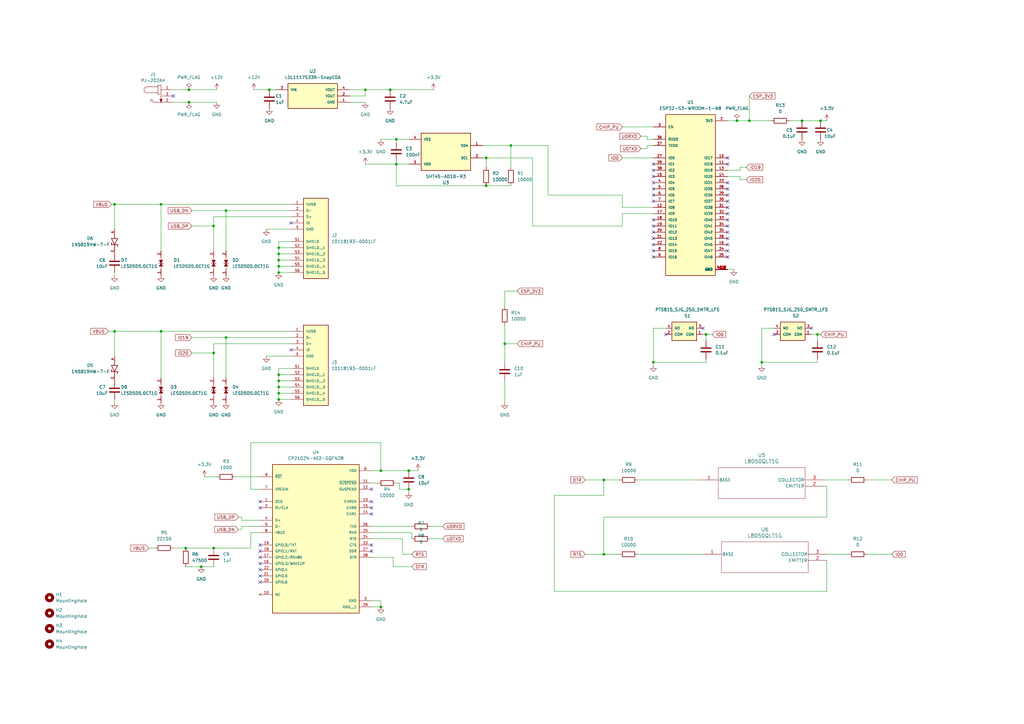
<source format=kicad_sch>
(kicad_sch (version 20230121) (generator eeschema)
  (paper "A3")
  (junction (at 162.56 67.31))
  (junction (at 302.26 49.53))
  (junction (at 209.55 59.69))
  (junction (at 82.55 232.41))
  (junction (at 267.97 148.59))
  (junction (at 156.21 248.92))
  (junction (at 247.65 196.85))
  (junction (at 335.28 137.16))
  (junction (at 114.3 109.22))
  (junction (at 114.3 104.14))
  (junction (at 160.02 36.83))
  (junction (at 199.39 76.2))
  (junction (at 247.65 227.33))
  (junction (at 114.3 156.21))
  (junction (at 289.56 137.16))
  (junction (at 328.93 49.53))
  (junction (at 87.63 224.79))
  (junction (at 156.21 193.04))
  (junction (at 46.99 135.89))
  (junction (at 114.3 106.68))
  (junction (at 110.49 36.83))
  (junction (at 336.55 49.53))
  (junction (at 66.04 135.89))
  (junction (at 207.01 140.97))
  (junction (at 307.34 49.53))
  (junction (at 92.71 86.36))
  (junction (at 149.86 36.83))
  (junction (at 77.47 36.83))
  (junction (at 312.42 148.59))
  (junction (at 114.3 153.67))
  (junction (at 46.99 83.82))
  (junction (at 87.63 144.78))
  (junction (at 114.3 161.29))
  (junction (at 114.3 163.83))
  (junction (at 167.64 193.04))
  (junction (at 114.3 158.75))
  (junction (at 66.04 83.82))
  (junction (at 87.63 92.71))
  (junction (at 114.3 111.76))
  (junction (at 76.2 224.79))
  (junction (at 162.56 57.15))
  (junction (at 77.47 41.91))
  (junction (at 167.64 200.66))
  (junction (at 114.3 101.6))
  (junction (at 199.39 64.77))
  (junction (at 92.71 138.43))
  (no_connect (at 267.97 69.85))
  (no_connect (at 119.38 143.51))
  (no_connect (at 298.45 64.77))
  (no_connect (at 298.45 105.41))
  (no_connect (at 152.4 223.52))
  (no_connect (at 298.45 90.17))
  (no_connect (at 267.97 105.41))
  (no_connect (at 267.97 92.71))
  (no_connect (at 267.97 72.39))
  (no_connect (at 267.97 97.79))
  (no_connect (at 298.45 87.63))
  (no_connect (at 71.12 39.37))
  (no_connect (at 267.97 82.55))
  (no_connect (at 152.4 226.06))
  (no_connect (at 267.97 77.47))
  (no_connect (at 298.45 95.25))
  (no_connect (at 298.45 67.31))
  (no_connect (at 106.68 238.76))
  (no_connect (at 298.45 74.93))
  (no_connect (at 317.5 137.16))
  (no_connect (at 267.97 90.17))
  (no_connect (at 106.68 236.22))
  (no_connect (at 152.4 210.82))
  (no_connect (at 298.45 80.01))
  (no_connect (at 106.68 223.52))
  (no_connect (at 298.45 92.71))
  (no_connect (at 106.68 233.68))
  (no_connect (at 298.45 82.55))
  (no_connect (at 106.68 231.14))
  (no_connect (at 152.4 208.28))
  (no_connect (at 298.45 102.87))
  (no_connect (at 267.97 102.87))
  (no_connect (at 288.29 134.62))
  (no_connect (at 267.97 100.33))
  (no_connect (at 152.4 205.74))
  (no_connect (at 106.68 208.28))
  (no_connect (at 298.45 85.09))
  (no_connect (at 298.45 77.47))
  (no_connect (at 267.97 67.31))
  (no_connect (at 267.97 74.93))
  (no_connect (at 298.45 100.33))
  (no_connect (at 298.45 97.79))
  (no_connect (at 152.4 200.66))
  (no_connect (at 106.68 228.6))
  (no_connect (at 273.05 137.16))
  (no_connect (at 106.68 226.06))
  (no_connect (at 332.74 134.62))
  (no_connect (at 119.38 91.44))
  (no_connect (at 267.97 80.01))
  (no_connect (at 267.97 95.25))
  (no_connect (at 106.68 205.74))
  (wire (pts (xy 143.51 36.83) (xy 149.86 36.83)))
  (wire (pts (xy 267.97 148.59) (xy 289.56 148.59)))
  (wire (pts (xy 114.3 158.75) (xy 119.38 158.75)))
  (wire (pts (xy 199.39 64.77) (xy 218.44 64.77)))
  (wire (pts (xy 46.99 83.82) (xy 66.04 83.82)))
  (wire (pts (xy 156.21 246.38) (xy 156.21 248.92)))
  (wire (pts (xy 207.01 156.21) (xy 207.01 165.1)))
  (wire (pts (xy 162.56 66.04) (xy 162.56 67.31)))
  (wire (pts (xy 110.49 36.83) (xy 113.03 36.83)))
  (wire (pts (xy 261.62 227.33) (xy 288.29 227.33)))
  (wire (pts (xy 114.3 104.14) (xy 114.3 106.68)))
  (wire (pts (xy 289.56 137.16) (xy 292.1 137.16)))
  (wire (pts (xy 198.12 64.77) (xy 199.39 64.77)))
  (wire (pts (xy 255.27 92.71) (xy 255.27 87.63)))
  (wire (pts (xy 104.14 36.83) (xy 110.49 36.83)))
  (wire (pts (xy 161.29 228.6) (xy 161.29 232.41)))
  (wire (pts (xy 71.12 41.91) (xy 77.47 41.91)))
  (wire (pts (xy 149.86 36.83) (xy 160.02 36.83)))
  (wire (pts (xy 207.01 140.97) (xy 207.01 148.59)))
  (wire (pts (xy 255.27 85.09) (xy 267.97 85.09)))
  (wire (pts (xy 162.56 57.15) (xy 162.56 58.42)))
  (wire (pts (xy 114.3 101.6) (xy 114.3 104.14)))
  (wire (pts (xy 209.55 59.69) (xy 198.12 59.69)))
  (wire (pts (xy 255.27 87.63) (xy 267.97 87.63)))
  (wire (pts (xy 298.45 72.39) (xy 303.53 72.39)))
  (wire (pts (xy 114.3 104.14) (xy 119.38 104.14)))
  (wire (pts (xy 335.28 137.16) (xy 336.55 137.16)))
  (wire (pts (xy 114.3 109.22) (xy 114.3 111.76)))
  (wire (pts (xy 114.3 99.06) (xy 114.3 101.6)))
  (wire (pts (xy 66.04 83.82) (xy 119.38 83.82)))
  (wire (pts (xy 339.09 49.53) (xy 336.55 49.53)))
  (wire (pts (xy 224.79 59.69) (xy 209.55 59.69)))
  (wire (pts (xy 71.12 36.83) (xy 77.47 36.83)))
  (wire (pts (xy 207.01 140.97) (xy 212.09 140.97)))
  (wire (pts (xy 99.06 217.17) (xy 99.06 215.9)))
  (wire (pts (xy 262.89 55.88) (xy 265.43 55.88)))
  (wire (pts (xy 152.4 218.44) (xy 168.91 218.44)))
  (wire (pts (xy 312.42 134.62) (xy 312.42 148.59)))
  (wire (pts (xy 78.74 138.43) (xy 92.71 138.43)))
  (wire (pts (xy 303.53 69.85) (xy 303.53 68.58)))
  (wire (pts (xy 87.63 144.78) (xy 87.63 140.97)))
  (wire (pts (xy 114.3 156.21) (xy 114.3 158.75)))
  (wire (pts (xy 339.09 229.87) (xy 339.09 242.57)))
  (wire (pts (xy 78.74 86.36) (xy 92.71 86.36)))
  (wire (pts (xy 114.3 158.75) (xy 114.3 161.29)))
  (wire (pts (xy 335.28 147.32) (xy 335.28 148.59)))
  (wire (pts (xy 87.63 144.78) (xy 87.63 154.94)))
  (wire (pts (xy 87.63 88.9) (xy 119.38 88.9)))
  (wire (pts (xy 176.53 220.98) (xy 181.61 220.98)))
  (wire (pts (xy 337.82 196.85) (xy 347.98 196.85)))
  (wire (pts (xy 336.55 49.53) (xy 328.93 49.53)))
  (wire (pts (xy 339.09 242.57) (xy 227.33 242.57)))
  (wire (pts (xy 78.74 92.71) (xy 87.63 92.71)))
  (wire (pts (xy 46.99 135.89) (xy 46.99 146.05)))
  (wire (pts (xy 114.3 101.6) (xy 119.38 101.6)))
  (wire (pts (xy 298.45 69.85) (xy 303.53 69.85)))
  (wire (pts (xy 96.52 195.58) (xy 106.68 195.58)))
  (wire (pts (xy 143.51 39.37) (xy 149.86 39.37)))
  (wire (pts (xy 227.33 203.2) (xy 247.65 203.2)))
  (wire (pts (xy 152.4 246.38) (xy 156.21 246.38)))
  (wire (pts (xy 218.44 92.71) (xy 218.44 64.77)))
  (wire (pts (xy 162.56 198.12) (xy 163.83 198.12)))
  (wire (pts (xy 102.87 200.66) (xy 102.87 181.61)))
  (wire (pts (xy 102.87 224.79) (xy 87.63 224.79)))
  (wire (pts (xy 77.47 41.91) (xy 88.9 41.91)))
  (wire (pts (xy 302.26 49.53) (xy 307.34 49.53)))
  (wire (pts (xy 76.2 232.41) (xy 82.55 232.41)))
  (wire (pts (xy 337.82 199.39) (xy 339.09 199.39)))
  (wire (pts (xy 165.1 220.98) (xy 165.1 227.33)))
  (wire (pts (xy 317.5 134.62) (xy 312.42 134.62)))
  (wire (pts (xy 92.71 138.43) (xy 92.71 154.94)))
  (wire (pts (xy 303.53 72.39) (xy 303.53 73.66)))
  (wire (pts (xy 156.21 57.15) (xy 162.56 57.15)))
  (wire (pts (xy 247.65 227.33) (xy 254 227.33)))
  (wire (pts (xy 152.4 198.12) (xy 154.94 198.12)))
  (wire (pts (xy 114.3 163.83) (xy 119.38 163.83)))
  (wire (pts (xy 102.87 218.44) (xy 102.87 224.79)))
  (wire (pts (xy 66.04 135.89) (xy 66.04 154.94)))
  (wire (pts (xy 114.3 153.67) (xy 114.3 156.21)))
  (wire (pts (xy 323.85 49.53) (xy 328.93 49.53)))
  (wire (pts (xy 312.42 148.59) (xy 312.42 149.86)))
  (wire (pts (xy 152.4 248.92) (xy 156.21 248.92)))
  (wire (pts (xy 303.53 73.66) (xy 306.07 73.66)))
  (wire (pts (xy 78.74 144.78) (xy 87.63 144.78)))
  (wire (pts (xy 199.39 64.77) (xy 199.39 68.58)))
  (wire (pts (xy 262.89 60.96) (xy 265.43 60.96)))
  (wire (pts (xy 218.44 92.71) (xy 255.27 92.71)))
  (wire (pts (xy 109.22 146.05) (xy 119.38 146.05)))
  (wire (pts (xy 247.65 203.2) (xy 247.65 196.85)))
  (wire (pts (xy 46.99 135.89) (xy 66.04 135.89)))
  (wire (pts (xy 261.62 196.85) (xy 287.02 196.85)))
  (wire (pts (xy 332.74 137.16) (xy 335.28 137.16)))
  (wire (pts (xy 87.63 140.97) (xy 119.38 140.97)))
  (wire (pts (xy 267.97 134.62) (xy 267.97 148.59)))
  (wire (pts (xy 76.2 224.79) (xy 87.63 224.79)))
  (wire (pts (xy 102.87 181.61) (xy 156.21 181.61)))
  (wire (pts (xy 46.99 83.82) (xy 46.99 93.98)))
  (wire (pts (xy 92.71 86.36) (xy 119.38 86.36)))
  (wire (pts (xy 307.34 49.53) (xy 316.23 49.53)))
  (wire (pts (xy 143.51 41.91) (xy 149.86 41.91)))
  (wire (pts (xy 167.64 201.93) (xy 167.64 200.66)))
  (wire (pts (xy 77.47 36.83) (xy 88.9 36.83)))
  (wire (pts (xy 114.3 161.29) (xy 119.38 161.29)))
  (wire (pts (xy 163.83 198.12) (xy 163.83 200.66)))
  (wire (pts (xy 240.03 196.85) (xy 247.65 196.85)))
  (wire (pts (xy 199.39 76.2) (xy 209.55 76.2)))
  (wire (pts (xy 168.91 218.44) (xy 168.91 220.98)))
  (wire (pts (xy 339.09 212.09) (xy 247.65 212.09)))
  (wire (pts (xy 87.63 92.71) (xy 87.63 88.9)))
  (wire (pts (xy 163.83 200.66) (xy 167.64 200.66)))
  (wire (pts (xy 114.3 156.21) (xy 119.38 156.21)))
  (wire (pts (xy 149.86 39.37) (xy 149.86 36.83)))
  (wire (pts (xy 119.38 151.13) (xy 114.3 151.13)))
  (wire (pts (xy 267.97 148.59) (xy 267.97 149.86)))
  (wire (pts (xy 265.43 57.15) (xy 267.97 57.15)))
  (wire (pts (xy 92.71 138.43) (xy 119.38 138.43)))
  (wire (pts (xy 247.65 212.09) (xy 247.65 227.33)))
  (wire (pts (xy 298.45 49.53) (xy 302.26 49.53)))
  (wire (pts (xy 99.06 213.36) (xy 106.68 213.36)))
  (wire (pts (xy 99.06 212.09) (xy 99.06 213.36)))
  (wire (pts (xy 335.28 148.59) (xy 312.42 148.59)))
  (wire (pts (xy 167.64 193.04) (xy 171.45 193.04)))
  (wire (pts (xy 339.09 199.39) (xy 339.09 212.09)))
  (wire (pts (xy 160.02 36.83) (xy 177.8 36.83)))
  (wire (pts (xy 212.09 119.38) (xy 207.01 119.38)))
  (wire (pts (xy 335.28 137.16) (xy 335.28 139.7)))
  (wire (pts (xy 209.55 59.69) (xy 209.55 68.58)))
  (wire (pts (xy 162.56 67.31) (xy 167.64 67.31)))
  (wire (pts (xy 288.29 137.16) (xy 289.56 137.16)))
  (wire (pts (xy 114.3 106.68) (xy 114.3 109.22)))
  (wire (pts (xy 114.3 161.29) (xy 114.3 163.83)))
  (wire (pts (xy 45.72 83.82) (xy 46.99 83.82)))
  (wire (pts (xy 273.05 134.62) (xy 267.97 134.62)))
  (wire (pts (xy 207.01 133.35) (xy 207.01 140.97)))
  (wire (pts (xy 255.27 52.07) (xy 267.97 52.07)))
  (wire (pts (xy 109.22 93.98) (xy 119.38 93.98)))
  (wire (pts (xy 114.3 151.13) (xy 114.3 153.67)))
  (wire (pts (xy 265.43 59.69) (xy 267.97 59.69)))
  (wire (pts (xy 99.06 215.9) (xy 106.68 215.9)))
  (wire (pts (xy 97.79 212.09) (xy 99.06 212.09)))
  (wire (pts (xy 114.3 153.67) (xy 119.38 153.67)))
  (wire (pts (xy 355.6 227.33) (xy 365.76 227.33)))
  (wire (pts (xy 199.39 76.2) (xy 162.56 76.2)))
  (wire (pts (xy 114.3 106.68) (xy 119.38 106.68)))
  (wire (pts (xy 224.79 80.01) (xy 224.79 59.69)))
  (wire (pts (xy 114.3 109.22) (xy 119.38 109.22)))
  (wire (pts (xy 265.43 55.88) (xy 265.43 57.15)))
  (wire (pts (xy 176.53 215.9) (xy 181.61 215.9)))
  (wire (pts (xy 156.21 193.04) (xy 167.64 193.04)))
  (wire (pts (xy 307.34 39.37) (xy 307.34 49.53)))
  (wire (pts (xy 152.4 220.98) (xy 165.1 220.98)))
  (wire (pts (xy 119.38 99.06) (xy 114.3 99.06)))
  (wire (pts (xy 303.53 68.58) (xy 306.07 68.58)))
  (wire (pts (xy 240.03 227.33) (xy 247.65 227.33)))
  (wire (pts (xy 152.4 228.6) (xy 161.29 228.6)))
  (wire (pts (xy 83.82 195.58) (xy 88.9 195.58)))
  (wire (pts (xy 289.56 147.32) (xy 289.56 148.59)))
  (wire (pts (xy 224.79 80.01) (xy 255.27 80.01)))
  (wire (pts (xy 255.27 80.01) (xy 255.27 85.09)))
  (wire (pts (xy 161.29 232.41) (xy 168.91 232.41)))
  (wire (pts (xy 114.3 111.76) (xy 119.38 111.76)))
  (wire (pts (xy 152.4 193.04) (xy 156.21 193.04)))
  (wire (pts (xy 152.4 215.9) (xy 168.91 215.9)))
  (wire (pts (xy 97.79 217.17) (xy 99.06 217.17)))
  (wire (pts (xy 355.6 196.85) (xy 365.76 196.85)))
  (wire (pts (xy 71.12 224.79) (xy 76.2 224.79)))
  (wire (pts (xy 156.21 181.61) (xy 156.21 193.04)))
  (wire (pts (xy 162.56 57.15) (xy 167.64 57.15)))
  (wire (pts (xy 44.45 135.89) (xy 46.99 135.89)))
  (wire (pts (xy 82.55 232.41) (xy 87.63 232.41)))
  (wire (pts (xy 162.56 76.2) (xy 162.56 67.31)))
  (wire (pts (xy 207.01 119.38) (xy 207.01 125.73)))
  (wire (pts (xy 300.99 110.49) (xy 298.45 110.49)))
  (wire (pts (xy 165.1 227.33) (xy 168.91 227.33)))
  (wire (pts (xy 265.43 60.96) (xy 265.43 59.69)))
  (wire (pts (xy 227.33 242.57) (xy 227.33 203.2)))
  (wire (pts (xy 66.04 83.82) (xy 66.04 102.87)))
  (wire (pts (xy 247.65 196.85) (xy 254 196.85)))
  (wire (pts (xy 339.09 227.33) (xy 347.98 227.33)))
  (wire (pts (xy 92.71 86.36) (xy 92.71 102.87)))
  (wire (pts (xy 255.27 64.77) (xy 267.97 64.77)))
  (wire (pts (xy 66.04 135.89) (xy 119.38 135.89)))
  (wire (pts (xy 87.63 92.71) (xy 87.63 102.87)))
  (wire (pts (xy 46.99 111.76) (xy 46.99 113.03)))
  (wire (pts (xy 60.96 224.79) (xy 63.5 224.79)))
  (wire (pts (xy 289.56 137.16) (xy 289.56 139.7)))
  (wire (pts (xy 46.99 163.83) (xy 46.99 165.1)))
  (wire (pts (xy 106.68 218.44) (xy 102.87 218.44)))
  (wire (pts (xy 149.86 67.31) (xy 162.56 67.31)))
  (wire (pts (xy 106.68 200.66) (xy 102.87 200.66)))
  (global_label "U0RXD" (shape input) (at 262.89 55.88 180) (property "Intersheetrefs" "${INTERSHEET_REFS}" (effects hide)))
  (global_label "VBUS" (shape input) (at 44.45 135.89 180) (property "Intersheetrefs" "${INTERSHEET_REFS}" (effects hide)))
  (global_label "IO0" (shape input) (at 292.1 137.16 0) (property "Intersheetrefs" "${INTERSHEET_REFS}" (effects hide)))
  (global_label "U0RXD" (shape input) (at 181.61 215.9 0) (property "Intersheetrefs" "${INTERSHEET_REFS}" (effects hide)))
  (global_label "U0TXD" (shape input) (at 181.61 220.98 0) (property "Intersheetrefs" "${INTERSHEET_REFS}" (effects hide)))
  (global_label "CHIP_PU" (shape input) (at 365.76 196.85 0) (property "Intersheetrefs" "${INTERSHEET_REFS}" (effects hide)))
  (global_label "ESP_3V3" (shape input) (at 307.34 39.37 0) (property "Intersheetrefs" "${INTERSHEET_REFS}" (effects hide)))
  (global_label "CHIP_PU" (shape input) (at 255.27 52.07 180) (property "Intersheetrefs" "${INTERSHEET_REFS}" (effects hide)))
  (global_label "DTR" (shape input) (at 240.03 196.85 180) (property "Intersheetrefs" "${INTERSHEET_REFS}" (effects hide)))
  (global_label "IO19" (shape input) (at 306.07 68.58 0) (property "Intersheetrefs" "${INTERSHEET_REFS}" (effects hide)))
  (global_label "RTS" (shape input) (at 240.03 227.33 180) (property "Intersheetrefs" "${INTERSHEET_REFS}" (effects hide)))
  (global_label "IO0" (shape input) (at 255.27 64.77 180) (property "Intersheetrefs" "${INTERSHEET_REFS}" (effects hide)))
  (global_label "CHIP_PU" (shape input) (at 212.09 140.97 0) (property "Intersheetrefs" "${INTERSHEET_REFS}" (effects hide)))
  (global_label "IO20" (shape input) (at 78.74 144.78 180) (property "Intersheetrefs" "${INTERSHEET_REFS}" (effects hide)))
  (global_label "USB_DP" (shape input) (at 78.74 92.71 180) (property "Intersheetrefs" "${INTERSHEET_REFS}" (effects hide)))
  (global_label "VBUS" (shape input) (at 45.72 83.82 180) (property "Intersheetrefs" "${INTERSHEET_REFS}" (effects hide)))
  (global_label "U0TXD" (shape input) (at 262.89 60.96 180) (property "Intersheetrefs" "${INTERSHEET_REFS}" (effects hide)))
  (global_label "VBUS" (shape input) (at 60.96 224.79 180) (property "Intersheetrefs" "${INTERSHEET_REFS}" (effects hide)))
  (global_label "USB_DN" (shape input) (at 97.79 217.17 180) (property "Intersheetrefs" "${INTERSHEET_REFS}" (effects hide)))
  (global_label "RTS" (shape input) (at 168.91 227.33 0) (property "Intersheetrefs" "${INTERSHEET_REFS}" (effects hide)))
  (global_label "IO20" (shape input) (at 306.07 73.66 0) (property "Intersheetrefs" "${INTERSHEET_REFS}" (effects hide)))
  (global_label "CHIP_PU" (shape input) (at 336.55 137.16 0) (property "Intersheetrefs" "${INTERSHEET_REFS}" (effects hide)))
  (global_label "ESP_3V3" (shape input) (at 212.09 119.38 0) (property "Intersheetrefs" "${INTERSHEET_REFS}" (effects hide)))
  (global_label "USB_DN" (shape input) (at 78.74 86.36 180) (property "Intersheetrefs" "${INTERSHEET_REFS}" (effects hide)))
  (global_label "DTR" (shape input) (at 168.91 232.41 0) (property "Intersheetrefs" "${INTERSHEET_REFS}" (effects hide)))
  (global_label "USB_DP" (shape input) (at 97.79 212.09 180) (property "Intersheetrefs" "${INTERSHEET_REFS}" (effects hide)))
  (global_label "IO19" (shape input) (at 78.74 138.43 180) (property "Intersheetrefs" "${INTERSHEET_REFS}" (effects hide)))
  (global_label "IO0" (shape input) (at 365.76 227.33 0) (property "Intersheetrefs" "${INTERSHEET_REFS}" (effects hide)))
  (symbol (lib_id "ECE445:LESD5D5.0CT1G") (at 92.71 160.02 90) (unit 1)
    (property "Reference" "D4" (at 95.25 158.75 90) (effects (justify right)))
    (property "Value" "LESD5D5.0CT1G" (at 95.25 161.29 90) (effects (justify right)))
    (property "Footprint" "ECE445:LESD5D5_0CT1G" (effects hide))
    (property "MF" "Leshan Radio Co." (effects hide))
    (property "MAXIMUM_PACKAGE_HEIGHT" "0.7 mm" (effects hide))
    (property "Package" "None" (effects hide))
    (property "Price" "None" (effects hide))
    (property "Check_prices" "https://www.snapeda.com/parts/LESD5D5.0CT1G/Leshan+Radio+Co./view-part/?ref=eda" (effects hide))
    (property "STANDARD" "Manufacturer Recommendations" (effects hide))
    (property "PARTREV" "O" (effects hide))
    (property "SnapEDA_Link" "https://www.snapeda.com/parts/LESD5D5.0CT1G/Leshan+Radio+Co./view-part/?ref=snap" (effects hide))
    (property "MP" "LESD5D5.0CT1G" (effects hide))
    (property "Description" "\nTransient Voltage Suppressors for ESD Protection\n" (effects hide))
    (property "Availability" "Not in stock" (effects hide))
    (property "MANUFACTURER" "LRC" (effects hide))
  )
  (symbol (lib_id "power:GND") (at 328.93 57.15 0) (mirror y) (unit 1)
    (property "Reference" "#PWR014" (effects hide))
    (property "Value" "GND" (at 328.93 62.23 0))
  )
  (symbol (lib_id "Mechanical:MountingHole") (at 20.32 264.16 0) (unit 1)
    (property "Reference" "H4" (at 22.86 262.89 0) (effects (justify left)))
    (property "Value" "MountingHole" (at 22.86 265.43 0) (effects (justify left)))
    (property "Footprint" "MountingHole:MountingHole_3.2mm_M3" (effects hide))
  )
  (symbol (lib_id "Device:R") (at 209.55 72.39 0) (unit 1)
    (property "Reference" "R1" (at 212.09 71.12 0) (effects (justify left)))
    (property "Value" "10000" (at 212.09 73.66 0) (effects (justify left)))
    (property "Footprint" "Resistor_SMD:R_0805_2012Metric_Pad1.20x1.40mm_HandSolder" (effects hide))
  )
  (symbol (lib_id "Device:R") (at 172.72 220.98 90) (unit 1)
    (property "Reference" "R8" (at 172.72 219.71 90))
    (property "Value" "0" (at 172.72 222.25 90))
    (property "Footprint" "Resistor_SMD:R_0805_2012Metric_Pad1.20x1.40mm_HandSolder" (effects hide))
  )
  (symbol (lib_id "power:PWR_FLAG") (at 77.47 36.83 0) (unit 1)
    (property "Reference" "#FLG01" (effects hide))
    (property "Value" "PWR_FLAG" (at 77.47 31.75 0))
  )
  (symbol (lib_id "power:GND") (at 66.04 165.1 0) (unit 1)
    (property "Reference" "#PWR033" (effects hide))
    (property "Value" "GND" (at 66.04 170.18 0))
  )
  (symbol (lib_id "ECE445:L8050QLT1G") (at 288.29 227.33 0) (unit 1)
    (property "Reference" "U6" (at 313.69 217.17 0) (effects (font (size 1.524 1.524))))
    (property "Value" "L8050QLT1G" (at 313.69 219.71 0) (effects (font (size 1.524 1.524))))
    (property "Footprint" "ECE445:SOT-23_ONS" (effects hide))
    (property "Datasheet" "KSC3265YMTF" (effects hide))
  )
  (symbol (lib_id "Device:R") (at 257.81 196.85 90) (unit 1)
    (property "Reference" "R9" (at 257.81 190.5 90))
    (property "Value" "10000" (at 257.81 193.04 90))
    (property "Footprint" "Resistor_SMD:R_0805_2012Metric_Pad1.20x1.40mm_HandSolder" (effects hide))
  )
  (symbol (lib_id "power:GND") (at 87.63 165.1 0) (unit 1)
    (property "Reference" "#PWR018" (effects hide))
    (property "Value" "GND" (at 87.63 170.18 0))
  )
  (symbol (lib_id "ECE445:L8050QLT1G") (at 287.02 196.85 0) (unit 1)
    (property "Reference" "U5" (at 312.42 186.69 0) (effects (font (size 1.524 1.524))))
    (property "Value" "L8050QLT1G" (at 312.42 189.23 0) (effects (font (size 1.524 1.524))))
    (property "Footprint" "ECE445:SOT-23_ONS" (effects hide))
    (property "Datasheet" "KSC3265YMTF" (effects hide))
  )
  (symbol (lib_id "Device:R") (at 207.01 129.54 0) (unit 1)
    (property "Reference" "R14" (at 209.55 128.27 0) (effects (justify left)))
    (property "Value" "10000" (at 209.55 130.81 0) (effects (justify left)))
    (property "Footprint" "Resistor_SMD:R_0805_2012Metric_Pad1.20x1.40mm_HandSolder" (effects hide))
  )
  (symbol (lib_id "Device:C") (at 87.63 228.6 0) (unit 1)
    (property "Reference" "C9" (at 91.44 227.33 0) (effects (justify left)))
    (property "Value" "1uF" (at 91.44 229.87 0) (effects (justify left)))
    (property "Footprint" "Capacitor_SMD:C_0805_2012Metric_Pad1.18x1.45mm_HandSolder" (effects hide))
  )
  (symbol (lib_id "ECE445:10118193-0001LF") (at 129.54 143.51 0) (unit 1)
    (property "Reference" "J3" (at 135.89 148.59 0) (effects (justify left)))
    (property "Value" "10118193-0001LF" (at 135.89 151.13 0) (effects (justify left)))
    (property "Footprint" "ECE445:10118193-0001LF" (effects hide))
    (property "PARTREV" "E" (effects hide))
    (property "MANUFACTURER" "Amphenol FCI" (effects hide))
    (property "MAXIMUM_PACKAGE_HEIGHT" "2.55 mm" (effects hide))
    (property "STANDARD" "Manufacturer Recommendations" (effects hide))
  )
  (symbol (lib_id "Device:C") (at 160.02 40.64 0) (unit 1)
    (property "Reference" "C2" (at 163.83 39.37 0) (effects (justify left)))
    (property "Value" "4.7uF" (at 163.83 41.91 0) (effects (justify left)))
    (property "Footprint" "Capacitor_SMD:C_0805_2012Metric_Pad1.18x1.45mm_HandSolder" (effects hide))
  )
  (symbol (lib_id "ECE445:1N5819HW-7-F") (at 46.99 151.13 270) (unit 1)
    (property "Reference" "D5" (at 35.56 149.86 90) (effects (justify left)))
    (property "Value" "1N5819HW-7-F" (at 29.21 152.4 90) (effects (justify left)))
    (property "Footprint" "ECE445:1N5819HW-7-F" (effects hide))
    (property "PARTREV" "18-2" (effects hide))
    (property "STANDARD" "IPC-7351B" (effects hide))
    (property "MANUFACTURER" "Diodes Inc." (effects hide))
  )
  (symbol (lib_id "Device:C") (at 335.28 143.51 0) (unit 1)
    (property "Reference" "C12" (at 339.09 142.24 0) (effects (justify left)))
    (property "Value" "0.1uF" (at 339.09 144.78 0) (effects (justify left)))
    (property "Footprint" "Capacitor_SMD:C_0805_2012Metric_Pad1.18x1.45mm_HandSolder" (effects hide))
  )
  (symbol (lib_id "ECE445:1N5819HW-7-F") (at 46.99 99.06 270) (unit 1)
    (property "Reference" "D6" (at 35.56 97.79 90) (effects (justify left)))
    (property "Value" "1N5819HW-7-F" (at 29.21 100.33 90) (effects (justify left)))
    (property "Footprint" "ECE445:1N5819HW-7-F" (effects hide))
    (property "PARTREV" "18-2" (effects hide))
    (property "STANDARD" "IPC-7351B" (effects hide))
    (property "MANUFACTURER" "Diodes Inc." (effects hide))
  )
  (symbol (lib_id "ECE445:LESD5D5.0CT1G") (at 87.63 107.95 90) (unit 1)
    (property "Reference" "D1" (at 71.12 106.68 90) (effects (justify right)))
    (property "Value" "LESD5D5.0CT1G" (at 71.12 109.22 90) (effects (justify right)))
    (property "Footprint" "ECE445:LESD5D5_0CT1G" (effects hide))
    (property "MF" "Leshan Radio Co." (effects hide))
    (property "MAXIMUM_PACKAGE_HEIGHT" "0.7 mm" (effects hide))
    (property "Package" "None" (effects hide))
    (property "Price" "None" (effects hide))
    (property "Check_prices" "https://www.snapeda.com/parts/LESD5D5.0CT1G/Leshan+Radio+Co./view-part/?ref=eda" (effects hide))
    (property "STANDARD" "Manufacturer Recommendations" (effects hide))
    (property "PARTREV" "O" (effects hide))
    (property "SnapEDA_Link" "https://www.snapeda.com/parts/LESD5D5.0CT1G/Leshan+Radio+Co./view-part/?ref=snap" (effects hide))
    (property "MP" "LESD5D5.0CT1G" (effects hide))
    (property "Description" "\nTransient Voltage Suppressors for ESD Protection\n" (effects hide))
    (property "Availability" "Not in stock" (effects hide))
    (property "MANUFACTURER" "LRC" (effects hide))
  )
  (symbol (lib_id "power:GND") (at 267.97 149.86 0) (unit 1)
    (property "Reference" "#PWR030" (effects hide))
    (property "Value" "GND" (at 267.97 154.94 0))
  )
  (symbol (lib_id "power:+12V") (at 88.9 36.83 0) (unit 1)
    (property "Reference" "#PWR01" (effects hide))
    (property "Value" "+12V" (at 88.9 31.75 0))
  )
  (symbol (lib_id "power:+3.3V") (at 171.45 193.04 0) (unit 1)
    (property "Reference" "#PWR025" (effects hide))
    (property "Value" "+3.3V" (at 171.45 187.96 0))
  )
  (symbol (lib_id "ECE445:ESP32-S3-WROOM-1-N8") (at 283.21 77.47 0) (unit 1)
    (property "Reference" "U1" (at 283.21 41.91 0))
    (property "Value" "ESP32-S3-WROOM-1-N8" (at 283.21 44.45 0))
    (property "Footprint" "ECE445:ESP32-S3-WROOM-1-N8-SnapEDA" (effects hide))
    (property "DigiKey_Part_Number" "1965-ESP32-S3-WROOM-1-N8TR-ND" (effects hide))
    (property "MF" "Espressif Systems" (effects hide))
    (property "DESCRIPTION" "Bluetooth, WiFi 802.11b/g/n, Bluetooth v5.0 Transceiver Module 2.4GHz PCB Trace Surface Mount" (effects hide))
    (property "PACKAGE" "None" (effects hide))
    (property "PRICE" "None" (effects hide))
    (property "Package" "NON STANDARD Espressif Systems" (effects hide))
    (property "Check_prices" "https://www.snapeda.com/parts/ESP32-S3-WROOM-1-N8/Espressif+Systems/view-part/?ref=eda" (effects hide))
    (property "SnapEDA_Link" "https://www.snapeda.com/parts/ESP32-S3-WROOM-1-N8/Espressif+Systems/view-part/?ref=snap" (effects hide))
    (property "MP" "ESP32-S3-WROOM-1-N8" (effects hide))
    (property "Purchase-URL" "https://www.snapeda.com/api/url_track_click_mouser/?unipart_id=11020927&manufacturer=Espressif Systems&part_name=ESP32-S3-WROOM-1-N8&search_term=None" (effects hide))
    (property "Description" "\nWiFi 802.11a/b/g/n, Bluetooth v5.0 Transceiver Module 2.4GHz Antenna Not Included -\n" (effects hide))
    (property "AVAILABILITY" "In Stock" (effects hide))
    (property "PURCHASE-URL" "https://pricing.snapeda.com/search/part/ESP32-S3-WROOM-1-N8R8/?ref=eda" (effects hide))
  )
  (symbol (lib_id "power:GND") (at 167.64 201.93 0) (unit 1)
    (property "Reference" "#PWR026" (effects hide))
    (property "Value" "GND" (at 167.64 207.01 0))
  )
  (symbol (lib_id "Device:R") (at 158.75 198.12 270) (unit 1)
    (property "Reference" "R4" (at 158.75 200.66 90))
    (property "Value" "10000" (at 158.75 203.2 90))
    (property "Footprint" "Resistor_SMD:R_0805_2012Metric_Pad1.20x1.40mm_HandSolder" (effects hide))
  )
  (symbol (lib_id "Device:R") (at 92.71 195.58 90) (unit 1)
    (property "Reference" "R3" (at 92.71 189.23 90))
    (property "Value" "1000" (at 92.71 191.77 90))
    (property "Footprint" "Resistor_SMD:R_0805_2012Metric_Pad1.20x1.40mm_HandSolder" (effects hide))
  )
  (symbol (lib_id "Mechanical:MountingHole") (at 20.32 257.81 0) (unit 1)
    (property "Reference" "H3" (at 22.86 256.54 0) (effects (justify left)))
    (property "Value" "MountingHole" (at 22.86 259.08 0) (effects (justify left)))
    (property "Footprint" "MountingHole:MountingHole_3.2mm_M3" (effects hide))
  )
  (symbol (lib_id "power:GND") (at 149.86 41.91 0) (unit 1)
    (property "Reference" "#PWR04" (effects hide))
    (property "Value" "GND" (at 149.86 46.99 0))
  )
  (symbol (lib_id "Device:R") (at 172.72 215.9 90) (unit 1)
    (property "Reference" "R7" (at 172.72 214.63 90))
    (property "Value" "0" (at 172.72 217.17 90))
    (property "Footprint" "Resistor_SMD:R_0805_2012Metric_Pad1.20x1.40mm_HandSolder" (effects hide))
  )
  (symbol (lib_id "power:GND") (at 46.99 113.03 0) (unit 1)
    (property "Reference" "#PWR022" (effects hide))
    (property "Value" "GND" (at 46.99 118.11 0))
  )
  (symbol (lib_id "power:GND") (at 110.49 44.45 0) (unit 1)
    (property "Reference" "#PWR012" (effects hide))
    (property "Value" "GND" (at 110.49 49.53 0))
  )
  (symbol (lib_id "power:GND") (at 92.71 165.1 0) (unit 1)
    (property "Reference" "#PWR019" (effects hide))
    (property "Value" "GND" (at 92.71 170.18 0))
  )
  (symbol (lib_id "Device:R") (at 257.81 227.33 90) (unit 1)
    (property "Reference" "R10" (at 257.81 220.98 90))
    (property "Value" "10000" (at 257.81 223.52 90))
    (property "Footprint" "Resistor_SMD:R_0805_2012Metric_Pad1.20x1.40mm_HandSolder" (effects hide))
  )
  (symbol (lib_id "power:GND") (at 87.63 113.03 0) (unit 1)
    (property "Reference" "#PWR016" (effects hide))
    (property "Value" "GND" (at 87.63 118.11 0))
  )
  (symbol (lib_id "ECE445:10118193-0001LF") (at 129.54 91.44 0) (unit 1)
    (property "Reference" "J2" (at 135.89 96.52 0) (effects (justify left)))
    (property "Value" "10118193-0001LF" (at 135.89 99.06 0) (effects (justify left)))
    (property "Footprint" "ECE445:10118193-0001LF" (effects hide))
    (property "PARTREV" "E" (effects hide))
    (property "MANUFACTURER" "Amphenol FCI" (effects hide))
    (property "MAXIMUM_PACKAGE_HEIGHT" "2.55 mm" (effects hide))
    (property "STANDARD" "Manufacturer Recommendations" (effects hide))
  )
  (symbol (lib_id "Device:C") (at 328.93 53.34 0) (mirror y) (unit 1)
    (property "Reference" "C5" (at 325.12 53.34 0) (effects (justify left)))
    (property "Value" "0.1uF" (at 326.39 55.88 0) (effects (justify left)))
    (property "Footprint" "Capacitor_SMD:C_0805_2012Metric_Pad1.18x1.45mm_HandSolder" (effects hide))
  )
  (symbol (lib_id "ECE445:LESD5D5.0CT1G") (at 66.04 107.95 90) (unit 1)
    (property "Reference" "D7" (at 49.53 106.68 90) (effects (justify right)))
    (property "Value" "LESD5D5.0CT1G" (at 49.53 109.22 90) (effects (justify right)))
    (property "Footprint" "ECE445:LESD5D5_0CT1G" (effects hide))
    (property "MF" "Leshan Radio Co." (effects hide))
    (property "MAXIMUM_PACKAGE_HEIGHT" "0.7 mm" (effects hide))
    (property "Package" "None" (effects hide))
    (property "Price" "None" (effects hide))
    (property "Check_prices" "https://www.snapeda.com/parts/LESD5D5.0CT1G/Leshan+Radio+Co./view-part/?ref=eda" (effects hide))
    (property "STANDARD" "Manufacturer Recommendations" (effects hide))
    (property "PARTREV" "O" (effects hide))
    (property "SnapEDA_Link" "https://www.snapeda.com/parts/LESD5D5.0CT1G/Leshan+Radio+Co./view-part/?ref=snap" (effects hide))
    (property "MP" "LESD5D5.0CT1G" (effects hide))
    (property "Description" "\nTransient Voltage Suppressors for ESD Protection\n" (effects hide))
    (property "Availability" "Not in stock" (effects hide))
    (property "MANUFACTURER" "LRC" (effects hide))
  )
  (symbol (lib_id "Mechanical:MountingHole") (at 20.32 245.11 0) (unit 1)
    (property "Reference" "H1" (at 22.86 243.84 0) (effects (justify left)))
    (property "Value" "MountingHole" (at 22.86 246.38 0) (effects (justify left)))
    (property "Footprint" "MountingHole:MountingHole_3.2mm_M3" (effects hide))
  )
  (symbol (lib_id "Device:C") (at 289.56 143.51 0) (unit 1)
    (property "Reference" "C11" (at 293.37 142.24 0) (effects (justify left)))
    (property "Value" "0.1uF" (at 293.37 144.78 0) (effects (justify left)))
    (property "Footprint" "Capacitor_SMD:C_0805_2012Metric_Pad1.18x1.45mm_HandSolder" (effects hide))
  )
  (symbol (lib_id "power:+3.3V") (at 83.82 195.58 0) (unit 1)
    (property "Reference" "#PWR027" (effects hide))
    (property "Value" "+3.3V" (at 83.82 190.5 0))
  )
  (symbol (lib_id "Device:R") (at 76.2 228.6 180) (unit 1)
    (property "Reference" "R6" (at 78.74 227.33 0) (effects (justify right)))
    (property "Value" "47500" (at 78.74 229.87 0) (effects (justify right)))
    (property "Footprint" "Resistor_SMD:R_0805_2012Metric_Pad1.20x1.40mm_HandSolder" (effects hide))
  )
  (symbol (lib_id "power:GND") (at 312.42 149.86 0) (unit 1)
    (property "Reference" "#PWR031" (effects hide))
    (property "Value" "GND" (at 312.42 154.94 0))
  )
  (symbol (lib_id "power:+3.3V") (at 149.86 67.31 0) (unit 1)
    (property "Reference" "#PWR06" (effects hide))
    (property "Value" "+3.3V" (at 149.86 62.23 0))
  )
  (symbol (lib_id "power:GND") (at 46.99 165.1 0) (unit 1)
    (property "Reference" "#PWR023" (effects hide))
    (property "Value" "GND" (at 46.99 170.18 0))
  )
  (symbol (lib_id "ECE445:LESD5D5.0CT1G") (at 87.63 160.02 90) (unit 1)
    (property "Reference" "D3" (at 69.85 158.75 90) (effects (justify right)))
    (property "Value" "LESD5D5.0CT1G" (at 69.85 161.29 90) (effects (justify right)))
    (property "Footprint" "ECE445:LESD5D5_0CT1G" (effects hide))
    (property "MF" "Leshan Radio Co." (effects hide))
    (property "MAXIMUM_PACKAGE_HEIGHT" "0.7 mm" (effects hide))
    (property "Package" "None" (effects hide))
    (property "Price" "None" (effects hide))
    (property "Check_prices" "https://www.snapeda.com/parts/LESD5D5.0CT1G/Leshan+Radio+Co./view-part/?ref=eda" (effects hide))
    (property "STANDARD" "Manufacturer Recommendations" (effects hide))
    (property "PARTREV" "O" (effects hide))
    (property "SnapEDA_Link" "https://www.snapeda.com/parts/LESD5D5.0CT1G/Leshan+Radio+Co./view-part/?ref=snap" (effects hide))
    (property "MP" "LESD5D5.0CT1G" (effects hide))
    (property "Description" "\nTransient Voltage Suppressors for ESD Protection\n" (effects hide))
    (property "Availability" "Not in stock" (effects hide))
    (property "MANUFACTURER" "LRC" (effects hide))
  )
  (symbol (lib_id "power:+3.3V") (at 177.8 36.83 0) (unit 1)
    (property "Reference" "#PWR05" (effects hide))
    (property "Value" "+3.3V" (at 177.8 31.75 0))
  )
  (symbol (lib_id "ECE445:PTS815_SJG_250_SMTR_LFS") (at 285.75 139.7 180) (unit 1)
    (property "Reference" "S1" (at 281.94 129.54 0))
    (property "Value" "PTS815_SJG_250_SMTR_LFS" (at 281.94 127 0))
    (property "Footprint" "ECE445:PTS815 SJG 250 SMTR LFS" (effects hide))
    (property "MANUFACTURER_NAME" "C & K COMPONENTS" (effects hide))
    (property "MF" "C&K" (effects hide))
    (property "MOUSER_PRICE-STOCK" "https://www.mouser.co.uk/ProductDetail/CK/PTS815-SJG-250-SMTR-LFS?qs=ahcBuItHZ3yjoEmU1Oppnw%3D%3D" (effects hide))
    (property "DESCRIPTION" "Tactile Switches Tact Switch, 12 VDC, 50 mA, 4.2x3.2, 2.5mm H, 400gf, J leads" (effects hide))
    (property "MOUSER_PART_NUMBER" "611-PTS815SJG250SMTR" (effects hide))
    (property "Price" "None" (effects hide))
    (property "Package" "None" (effects hide))
    (property "Check_prices" "https://www.snapeda.com/parts/PTS815%20SJG%20250%20SMTR%20LFS/C%2526K/view-part/?ref=eda" (effects hide))
    (property "HEIGHT" "2.7mm" (effects hide))
    (property "SnapEDA_Link" "https://www.snapeda.com/parts/PTS815%20SJG%20250%20SMTR%20LFS/C%2526K/view-part/?ref=snap" (effects hide))
    (property "MP" "PTS815 SJG 250 SMTR LFS" (effects hide))
    (property "Description" "\nSwitch;Tactile;4.2 x 3.2;2.5MM;400gf;J Leads | C&K PTS815 SJG 250 SMTR LFS\n" (effects hide))
    (property "Availability" "In Stock" (effects hide))
    (property "MANUFACTURER_PART_NUMBER" "PTS815 SJG 250 SMTR LFS" (effects hide))
  )
  (symbol (lib_id "ECE445:PTS815_SJG_250_SMTR_LFS") (at 330.2 139.7 180) (unit 1)
    (property "Reference" "S2" (at 326.39 129.54 0))
    (property "Value" "PTS815_SJG_250_SMTR_LFS" (at 326.39 127 0))
    (property "Footprint" "ECE445:PTS815 SJG 250 SMTR LFS" (effects hide))
    (property "MANUFACTURER_NAME" "C & K COMPONENTS" (effects hide))
    (property "MF" "C&K" (effects hide))
    (property "MOUSER_PRICE-STOCK" "https://www.mouser.co.uk/ProductDetail/CK/PTS815-SJG-250-SMTR-LFS?qs=ahcBuItHZ3yjoEmU1Oppnw%3D%3D" (effects hide))
    (property "DESCRIPTION" "Tactile Switches Tact Switch, 12 VDC, 50 mA, 4.2x3.2, 2.5mm H, 400gf, J leads" (effects hide))
    (property "MOUSER_PART_NUMBER" "611-PTS815SJG250SMTR" (effects hide))
    (property "Price" "None" (effects hide))
    (property "Package" "None" (effects hide))
    (property "Check_prices" "https://www.snapeda.com/parts/PTS815%20SJG%20250%20SMTR%20LFS/C%2526K/view-part/?ref=eda" (effects hide))
    (property "HEIGHT" "2.7mm" (effects hide))
    (property "SnapEDA_Link" "https://www.snapeda.com/parts/PTS815%20SJG%20250%20SMTR%20LFS/C%2526K/view-part/?ref=snap" (effects hide))
    (property "MP" "PTS815 SJG 250 SMTR LFS" (effects hide))
    (property "Description" "\nSwitch;Tactile;4.2 x 3.2;2.5MM;400gf;J Leads | C&K PTS815 SJG 250 SMTR LFS\n" (effects hide))
    (property "Availability" "In Stock" (effects hide))
    (property "MANUFACTURER_PART_NUMBER" "PTS815 SJG 250 SMTR LFS" (effects hide))
  )
  (symbol (lib_id "power:GND") (at 207.01 165.1 0) (unit 1)
    (property "Reference" "#PWR029" (effects hide))
    (property "Value" "GND" (at 207.01 170.18 0))
  )
  (symbol (lib_id "power:GND") (at 156.21 57.15 0) (unit 1)
    (property "Reference" "#PWR08" (effects hide))
    (property "Value" "GND" (at 156.21 62.23 0))
  )
  (symbol (lib_id "power:GND") (at 114.3 111.76 0) (unit 1)
    (property "Reference" "#PWR010" (effects hide))
    (property "Value" "GND" (at 114.3 116.84 0))
  )
  (symbol (lib_id "power:GND") (at 88.9 41.91 0) (unit 1)
    (property "Reference" "#PWR03" (effects hide))
    (property "Value" "GND" (at 88.9 46.99 0))
  )
  (symbol (lib_id "Mechanical:MountingHole") (at 20.32 251.46 0) (unit 1)
    (property "Reference" "H2" (at 22.86 250.19 0) (effects (justify left)))
    (property "Value" "MountingHole" (at 22.86 252.73 0) (effects (justify left)))
    (property "Footprint" "MountingHole:MountingHole_3.2mm_M3" (effects hide))
  )
  (symbol (lib_id "power:GND") (at 109.22 146.05 0) (unit 1)
    (property "Reference" "#PWR020" (effects hide))
    (property "Value" "GND" (at 109.22 151.13 0))
  )
  (symbol (lib_id "power:GND") (at 109.22 93.98 0) (unit 1)
    (property "Reference" "#PWR015" (effects hide))
    (property "Value" "GND" (at 109.22 99.06 0))
  )
  (symbol (lib_id "ECE445:CP2102N-A02-GQFN28") (at 129.54 220.98 0) (unit 1)
    (property "Reference" "U4" (at 129.54 185.42 0))
    (property "Value" "CP2102N-A02-GQFN28" (at 129.54 187.96 0))
    (property "Footprint" "ECE445:CP2102N-A02-GQFN28" (effects hide))
    (property "PARTREV" "1.5" (effects hide))
    (property "MANUFACTURER" "Silicon Labs" (effects hide))
    (property "MAXIMUM_PACKAGE_HEIGHT" "0.8 mm" (effects hide))
    (property "STANDARD" "IPC 7351B" (effects hide))
  )
  (symbol (lib_id "Device:R") (at 320.04 49.53 90) (unit 1)
    (property "Reference" "R13" (at 320.04 43.18 90))
    (property "Value" "0" (at 320.04 45.72 90))
    (property "Footprint" "Resistor_SMD:R_0805_2012Metric_Pad1.20x1.40mm_HandSolder" (effects hide))
  )
  (symbol (lib_id "Device:C") (at 110.49 40.64 0) (unit 1)
    (property "Reference" "C1" (at 113.03 39.37 0) (effects (justify left)))
    (property "Value" "1uF" (at 113.03 41.91 0) (effects (justify left)))
    (property "Footprint" "Capacitor_SMD:C_0805_2012Metric_Pad1.18x1.45mm_HandSolder" (effects hide))
  )
  (symbol (lib_id "power:GND") (at 82.55 232.41 0) (unit 1)
    (property "Reference" "#PWR028" (effects hide))
    (property "Value" "GND" (at 82.55 237.49 0))
  )
  (symbol (lib_id "power:PWR_FLAG") (at 302.26 49.53 0) (unit 1)
    (property "Reference" "#FLG03" (effects hide))
    (property "Value" "PWR_FLAG" (at 302.26 44.45 0))
  )
  (symbol (lib_id "power:GND") (at 66.04 113.03 0) (unit 1)
    (property "Reference" "#PWR032" (effects hide))
    (property "Value" "GND" (at 66.04 118.11 0))
  )
  (symbol (lib_id "Device:R") (at 67.31 224.79 90) (unit 1)
    (property "Reference" "R5" (at 67.31 218.44 90))
    (property "Value" "22100" (at 67.31 220.98 90))
    (property "Footprint" "Resistor_SMD:R_0805_2012Metric_Pad1.20x1.40mm_HandSolder" (effects hide))
  )
  (symbol (lib_id "ECE445:SHT45-AD1B-R3") (at 182.88 62.23 180) (unit 1)
    (property "Reference" "U3" (at 182.88 74.93 0))
    (property "Value" "SHT45-AD1B-R3" (at 182.88 72.39 0))
    (property "Footprint" "ECE445:SHT45-AD1B-R3" (effects hide))
  )
  (symbol (lib_id "power:GND") (at 92.71 113.03 0) (unit 1)
    (property "Reference" "#PWR017" (effects hide))
    (property "Value" "GND" (at 92.71 118.11 0))
  )
  (symbol (lib_id "power:+12V") (at 104.14 36.83 0) (unit 1)
    (property "Reference" "#PWR02" (effects hide))
    (property "Value" "+12V" (at 104.14 31.75 0))
  )
  (symbol (lib_id "Device:C") (at 167.64 196.85 0) (unit 1)
    (property "Reference" "C8" (at 171.45 195.58 0) (effects (justify left)))
    (property "Value" "10uF" (at 171.45 198.12 0) (effects (justify left)))
    (property "Footprint" "Capacitor_SMD:C_0805_2012Metric_Pad1.18x1.45mm_HandSolder" (effects hide))
  )
  (symbol (lib_id "power:+3.3V") (at 339.09 49.53 0) (mirror y) (unit 1)
    (property "Reference" "#PWR07" (effects hide))
    (property "Value" "+3.3V" (at 339.09 44.45 0))
  )
  (symbol (lib_id "power:GND") (at 300.99 110.49 0) (unit 1)
    (property "Reference" "#PWR09" (effects hide))
    (property "Value" "GND" (at 300.99 115.57 0))
  )
  (symbol (lib_id "Device:C") (at 162.56 62.23 0) (unit 1)
    (property "Reference" "C3" (at 166.37 60.96 0) (effects (justify left)))
    (property "Value" "100nF" (at 166.37 63.5 0) (effects (justify left)))
    (property "Footprint" "Capacitor_SMD:C_0805_2012Metric_Pad1.18x1.45mm_HandSolder" (effects hide))
  )
  (symbol (lib_id "Device:C") (at 46.99 107.95 0) (unit 1)
    (property "Reference" "C6" (at 40.64 106.68 0) (effects (justify left)))
    (property "Value" "10uF" (at 39.37 109.22 0) (effects (justify left)))
    (property "Footprint" "Capacitor_SMD:C_0805_2012Metric_Pad1.18x1.45mm_HandSolder" (effects hide))
  )
  (symbol (lib_id "power:GND") (at 160.02 44.45 0) (unit 1)
    (property "Reference" "#PWR011" (effects hide))
    (property "Value" "GND" (at 160.02 49.53 0))
  )
  (symbol (lib_id "ECE445:LDL1117S33R-SnapEDA") (at 128.27 39.37 0) (unit 1)
    (property "Reference" "U2" (at 128.27 29.21 0))
    (property "Value" "LDL1117S33R-SnapEDA" (at 128.27 31.75 0))
    (property "Footprint" "ECE445:LDL1117S33R-SnapEDA" (effects hide))
    (property "DigiKey_Part_Number" "497-17239-2-ND" (effects hide))
    (property "MF" "STMicroelectronics" (effects hide))
    (property "MAXIMUM_PACKAGE_HEIGHT" "1.8 mm" (effects hide))
    (property "Package" "SOT-223 STMicroelectronics" (effects hide))
    (property "Check_prices" "https://www.snapeda.com/parts/LDL1117S33R/STMicroelectronics/view-part/?ref=eda" (effects hide))
    (property "STANDARD" "IPC 7351B" (effects hide))
    (property "PARTREV" "7" (effects hide))
    (property "SnapEDA_Link" "https://www.snapeda.com/parts/LDL1117S33R/STMicroelectronics/view-part/?ref=snap" (effects hide))
    (property "MP" "LDL1117S33R" (effects hide))
    (property "Purchase-URL" "https://www.snapeda.com/api/url_track_click_mouser/?unipart_id=865632&manufacturer=STMicroelectronics&part_name=LDL1117S33R&search_term=ldl1117s33r" (effects hide))
    (property "Description" "\nLinear Voltage Regulator IC Positive Fixed 1 Output 1.2A SOT-223\n" (effects hide))
    (property "SNAPEDA_PN" "LDL1117S33R" (effects hide))
    (property "MANUFACTURER" "STMicroelectronics" (effects hide))
  )
  (symbol (lib_id "ECE445:PJ-202AH") (at 66.04 39.37 0) (unit 1)
    (property "Reference" "J1" (at 62.8042 30.48 0))
    (property "Value" "PJ-202AH" (at 62.8042 33.02 0))
    (property "Footprint" "ECE445:PJ-202AH" (effects hide))
    (property "STANDARD" "Manufacturer recommendations" (effects hide))
    (property "PART_REV" "1.02" (effects hide))
    (property "MANUFACTURER" "CUI INC" (effects hide))
  )
  (symbol (lib_id "power:GND") (at 114.3 163.83 0) (unit 1)
    (property "Reference" "#PWR021" (effects hide))
    (property "Value" "GND" (at 114.3 168.91 0))
  )
  (symbol (lib_id "ECE445:LESD5D5.0CT1G") (at 66.04 160.02 90) (unit 1)
    (property "Reference" "D8" (at 49.53 158.75 90) (effects (justify right)))
    (property "Value" "LESD5D5.0CT1G" (at 49.53 161.29 90) (effects (justify right)))
    (property "Footprint" "ECE445:LESD5D5_0CT1G" (effects hide))
    (property "MF" "Leshan Radio Co." (effects hide))
    (property "MAXIMUM_PACKAGE_HEIGHT" "0.7 mm" (effects hide))
    (property "Package" "None" (effects hide))
    (property "Price" "None" (effects hide))
    (property "Check_prices" "https://www.snapeda.com/parts/LESD5D5.0CT1G/Leshan+Radio+Co./view-part/?ref=eda" (effects hide))
    (property "STANDARD" "Manufacturer Recommendations" (effects hide))
    (property "PARTREV" "O" (effects hide))
    (property "SnapEDA_Link" "https://www.snapeda.com/parts/LESD5D5.0CT1G/Leshan+Radio+Co./view-part/?ref=snap" (effects hide))
    (property "MP" "LESD5D5.0CT1G" (effects hide))
    (property "Description" "\nTransient Voltage Suppressors for ESD Protection\n" (effects hide))
    (property "Availability" "Not in stock" (effects hide))
    (property "MANUFACTURER" "LRC" (effects hide))
  )
  (symbol (lib_id "Device:C") (at 207.01 152.4 0) (unit 1)
    (property "Reference" "C10" (at 210.82 151.13 0) (effects (justify left)))
    (property "Value" "1uF" (at 210.82 153.67 0) (effects (justify left)))
    (property "Footprint" "Capacitor_SMD:C_0805_2012Metric_Pad1.18x1.45mm_HandSolder" (effects hide))
  )
  (symbol (lib_id "Device:R") (at 199.39 72.39 0) (unit 1)
    (property "Reference" "R2" (at 201.93 71.12 0) (effects (justify left)))
    (property "Value" "10000" (at 201.93 73.66 0) (effects (justify left)))
    (property "Footprint" "Resistor_SMD:R_0805_2012Metric_Pad1.20x1.40mm_HandSolder" (effects hide))
  )
  (symbol (lib_id "power:GND") (at 156.21 248.92 0) (unit 1)
    (property "Reference" "#PWR024" (effects hide))
    (property "Value" "GND" (at 156.21 254 0))
  )
  (symbol (lib_id "power:GND") (at 336.55 57.15 0) (mirror y) (unit 1)
    (property "Reference" "#PWR013" (effects hide))
    (property "Value" "GND" (at 336.55 62.23 0))
  )
  (symbol (lib_id "Device:C") (at 336.55 53.34 0) (mirror y) (unit 1)
    (property "Reference" "C4" (at 341.63 53.34 0) (effects (justify left)))
    (property "Value" "10uF" (at 342.9 55.88 0) (effects (justify left)))
    (property "Footprint" "Capacitor_SMD:C_0805_2012Metric_Pad1.18x1.45mm_HandSolder" (effects hide))
  )
  (symbol (lib_id "Device:R") (at 351.79 196.85 90) (unit 1)
    (property "Reference" "R11" (at 351.79 190.5 90))
    (property "Value" "0" (at 351.79 193.04 90))
    (property "Footprint" "Resistor_SMD:R_0805_2012Metric_Pad1.20x1.40mm_HandSolder" (effects hide))
  )
  (symbol (lib_id "Device:C") (at 46.99 160.02 0) (unit 1)
    (property "Reference" "C7" (at 40.64 158.75 0) (effects (justify left)))
    (property "Value" "10uF" (at 39.37 161.29 0) (effects (justify left)))
    (property "Footprint" "Capacitor_SMD:C_0805_2012Metric_Pad1.18x1.45mm_HandSolder" (effects hide))
  )
  (symbol (lib_id "Device:R") (at 351.79 227.33 90) (unit 1)
    (property "Reference" "R12" (at 351.79 220.98 90))
    (property "Value" "0" (at 351.79 223.52 90))
    (property "Footprint" "Resistor_SMD:R_0805_2012Metric_Pad1.20x1.40mm_HandSolder" (effects hide))
  )
  (symbol (lib_id "ECE445:LESD5D5.0CT1G") (at 92.71 107.95 90) (unit 1)
    (property "Reference" "D2" (at 95.25 106.68 90) (effects (justify right)))
    (property "Value" "LESD5D5.0CT1G" (at 95.25 109.22 90) (effects (justify right)))
    (property "Footprint" "ECE445:LESD5D5_0CT1G" (effects hide))
    (property "MF" "Leshan Radio Co." (effects hide))
    (property "MAXIMUM_PACKAGE_HEIGHT" "0.7 mm" (effects hide))
    (property "Package" "None" (effects hide))
    (property "Price" "None" (effects hide))
    (property "Check_prices" "https://www.snapeda.com/parts/LESD5D5.0CT1G/Leshan+Radio+Co./view-part/?ref=eda" (effects hide))
    (property "STANDARD" "Manufacturer Recommendations" (effects hide))
    (property "PARTREV" "O" (effects hide))
    (property "SnapEDA_Link" "https://www.snapeda.com/parts/LESD5D5.0CT1G/Leshan+Radio+Co./view-part/?ref=snap" (effects hide))
    (property "MP" "LESD5D5.0CT1G" (effects hide))
    (property "Description" "\nTransient Voltage Suppressors for ESD Protection\n" (effects hide))
    (property "Availability" "Not in stock" (effects hide))
    (property "MANUFACTURER" "LRC" (effects hide))
  )
  (symbol (lib_id "power:PWR_FLAG") (at 77.47 41.91 180) (unit 1)
    (property "Reference" "#FLG02" (effects hide))
    (property "Value" "PWR_FLAG" (at 77.47 46.99 0))
  )
)
</source>
